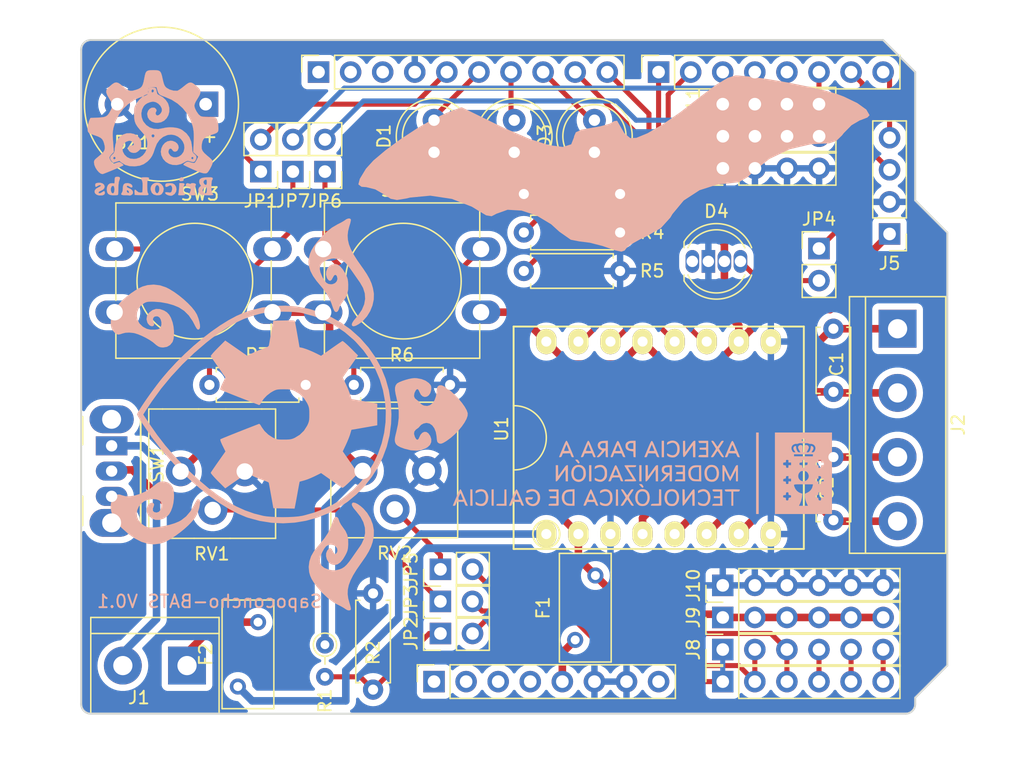
<source format=kicad_pcb>
(kicad_pcb (version 20221018) (generator pcbnew)

  (general
    (thickness 1.6)
  )

  (paper "A4")
  (title_block
    (date "mar. 31 mars 2015")
  )

  (layers
    (0 "F.Cu" signal)
    (31 "B.Cu" signal)
    (32 "B.Adhes" user "B.Adhesive")
    (33 "F.Adhes" user "F.Adhesive")
    (34 "B.Paste" user)
    (35 "F.Paste" user)
    (36 "B.SilkS" user "B.Silkscreen")
    (37 "F.SilkS" user "F.Silkscreen")
    (38 "B.Mask" user)
    (39 "F.Mask" user)
    (40 "Dwgs.User" user "User.Drawings")
    (41 "Cmts.User" user "User.Comments")
    (42 "Eco1.User" user "User.Eco1")
    (43 "Eco2.User" user "User.Eco2")
    (44 "Edge.Cuts" user)
    (45 "Margin" user)
    (46 "B.CrtYd" user "B.Courtyard")
    (47 "F.CrtYd" user "F.Courtyard")
    (48 "B.Fab" user)
    (49 "F.Fab" user)
  )

  (setup
    (stackup
      (layer "F.SilkS" (type "Top Silk Screen"))
      (layer "F.Paste" (type "Top Solder Paste"))
      (layer "F.Mask" (type "Top Solder Mask") (color "Green") (thickness 0.01))
      (layer "F.Cu" (type "copper") (thickness 0.035))
      (layer "dielectric 1" (type "core") (thickness 1.51) (material "FR4") (epsilon_r 4.5) (loss_tangent 0.02))
      (layer "B.Cu" (type "copper") (thickness 0.035))
      (layer "B.Mask" (type "Bottom Solder Mask") (color "Green") (thickness 0.01))
      (layer "B.Paste" (type "Bottom Solder Paste"))
      (layer "B.SilkS" (type "Bottom Silk Screen"))
      (copper_finish "None")
      (dielectric_constraints no)
    )
    (pad_to_mask_clearance 0)
    (aux_axis_origin 100 100)
    (grid_origin 100 100)
    (pcbplotparams
      (layerselection 0x00010f0_ffffffff)
      (plot_on_all_layers_selection 0x0000000_00000000)
      (disableapertmacros false)
      (usegerberextensions true)
      (usegerberattributes true)
      (usegerberadvancedattributes true)
      (creategerberjobfile true)
      (dashed_line_dash_ratio 12.000000)
      (dashed_line_gap_ratio 3.000000)
      (svgprecision 6)
      (plotframeref false)
      (viasonmask false)
      (mode 1)
      (useauxorigin false)
      (hpglpennumber 1)
      (hpglpenspeed 20)
      (hpglpendiameter 15.000000)
      (dxfpolygonmode true)
      (dxfimperialunits true)
      (dxfusepcbnewfont true)
      (psnegative false)
      (psa4output false)
      (plotreference true)
      (plotvalue true)
      (plotinvisibletext false)
      (sketchpadsonfab false)
      (subtractmaskfromsilk false)
      (outputformat 1)
      (mirror false)
      (drillshape 0)
      (scaleselection 1)
      (outputdirectory "gerbers/")
    )
  )

  (net 0 "")
  (net 1 "GND")
  (net 2 "Net-(BZ1-Pad1)")
  (net 3 "+5V")
  (net 4 "/IOREF")
  (net 5 "/A0")
  (net 6 "/A1")
  (net 7 "/A2")
  (net 8 "/A3")
  (net 9 "/SDA{slash}A4")
  (net 10 "/SCL{slash}A5")
  (net 11 "/13")
  (net 12 "/12")
  (net 13 "/AREF")
  (net 14 "/8")
  (net 15 "/7")
  (net 16 "/*11")
  (net 17 "/*10")
  (net 18 "/*9")
  (net 19 "/4")
  (net 20 "/2")
  (net 21 "/*6")
  (net 22 "/*5")
  (net 23 "/TX{slash}1")
  (net 24 "/*3")
  (net 25 "/RX{slash}0")
  (net 26 "Net-(C1-Pad1)")
  (net 27 "Net-(C1-Pad2)")
  (net 28 "/~{RESET}")
  (net 29 "Net-(C2-Pad1)")
  (net 30 "Net-(C2-Pad2)")
  (net 31 "Net-(D1-Pad1)")
  (net 32 "Net-(D2-Pad1)")
  (net 33 "Net-(D3-Pad1)")
  (net 34 "Net-(F1-Pad1)")
  (net 35 "Net-(F2-Pad1)")
  (net 36 "/+BAT")
  (net 37 "Net-(F3-Pad1)")
  (net 38 "/STUP_IN")
  (net 39 "unconnected-(J4-Pad1)")
  (net 40 "/Vin")
  (net 41 "Net-(JP2-Pad1)")
  (net 42 "Net-(JP3-Pad1)")
  (net 43 "Net-(D4-Pad4)")
  (net 44 "Net-(JP5-Pad1)")
  (net 45 "Net-(JP6-Pad1)")
  (net 46 "Net-(JP7-Pad1)")
  (net 47 "unconnected-(D4-Pad1)")

  (footprint "Connector_PinSocket_2.54mm:PinSocket_1x08_P2.54mm_Vertical" (layer "F.Cu") (at 127.94 97.46 90))

  (footprint "Connector_PinSocket_2.54mm:PinSocket_1x06_P2.54mm_Vertical" (layer "F.Cu") (at 150.8 97.46 90))

  (footprint "Connector_PinSocket_2.54mm:PinSocket_1x10_P2.54mm_Vertical" (layer "F.Cu") (at 118.796 49.2 90))

  (footprint "Connector_PinSocket_2.54mm:PinSocket_1x08_P2.54mm_Vertical" (layer "F.Cu") (at 145.72 49.2 90))

  (footprint "Resistor_THT:R_Axial_DIN0207_L6.3mm_D2.5mm_P7.62mm_Horizontal" (layer "F.Cu") (at 123.114 98.095 90))

  (footprint "Connector_PinHeader_2.54mm:PinHeader_1x06_P2.54mm_Vertical" (layer "F.Cu") (at 150.8 89.84 90))

  (footprint "Fuse:Fuse_BelFuse_0ZRE0005FF_L8.3mm_W3.8mm" (layer "F.Cu") (at 139.116 94.158 90))

  (footprint "Connector_PinHeader_2.54mm:PinHeader_1x04_P2.54mm_Vertical" (layer "F.Cu") (at 150.8 51.74 90))

  (footprint "bl_kicad:NEOPIXEL_THT_D5.0mm-4_(OGVI)" (layer "F.Cu") (at 148.392 64.186))

  (footprint "Button_Switch_THT:SW_PUSH-12mm" (layer "F.Cu") (at 119.16 63.21))

  (footprint "bl_kicad:POT_SmallBlueArrow" (layer "F.Cu") (at 122.29 75.95 -90))

  (footprint "LED_THT:LED_D5.0mm" (layer "F.Cu") (at 134.29 55.55 90))

  (footprint "Connector_PinHeader_2.54mm:PinHeader_1x02_P2.54mm_Vertical" (layer "F.Cu") (at 116.764 57.079 180))

  (footprint "LED_THT:LED_D5.0mm" (layer "F.Cu") (at 140.64 55.55 90))

  (footprint "Connector_PinHeader_2.54mm:PinHeader_1x02_P2.54mm_Vertical" (layer "F.Cu") (at 128.448 93.65 90))

  (footprint "Connector_PinHeader_2.54mm:PinHeader_1x04_P2.54mm_Vertical" (layer "F.Cu") (at 164.008 62.017 180))

  (footprint "Connector_PinHeader_2.54mm:PinHeader_1x04_P2.54mm_Vertical" (layer "F.Cu") (at 150.81 56.82 90))

  (footprint "Connector_PinHeader_2.54mm:PinHeader_1x04_P2.54mm_Vertical" (layer "F.Cu") (at 150.81 54.28 90))

  (footprint "Button_Switch_THT:SW_PUSH-12mm" (layer "F.Cu") (at 102.65 63.21))

  (footprint "LED_THT:LED_D5.0mm" (layer "F.Cu") (at 127.94 55.55 90))

  (footprint "Connector_PinHeader_2.54mm:PinHeader_1x02_P2.54mm_Vertical" (layer "F.Cu") (at 119.304 57.079 180))

  (footprint "Resistor_THT:R_Axial_DIN0207_L6.3mm_D2.5mm_P7.62mm_Horizontal" (layer "F.Cu") (at 110.16 73.965))

  (footprint "Capacitor_THT:C_Disc_D5.0mm_W2.5mm_P5.00mm" (layer "F.Cu") (at 159.563 69.52 -90))

  (footprint "Capacitor_THT:C_Disc_D5.0mm_W2.5mm_P5.00mm" (layer "F.Cu") (at 159.563 79.68 -90))

  (footprint "Resistor_THT:R_Axial_DIN0207_L6.3mm_D2.5mm_P7.62mm_Horizontal" (layer "F.Cu") (at 121.59 73.965))

  (footprint "Connector_PinHeader_2.54mm:PinHeader_1x02_P2.54mm_Vertical" (layer "F.Cu") (at 128.448 88.57 90))

  (footprint "Resistor_THT:R_Axial_DIN0207_L6.3mm_D2.5mm_P7.62mm_Horizontal" (layer "F.Cu") (at 135.052 58.852))

  (footprint "Resistor_THT:R_Axial_DIN0204_L3.6mm_D1.6mm_P2.54mm_Vertical" (layer "F.Cu") (at 119.304 94.539 -90))

  (footprint "Connector_PinHeader_2.54mm:PinHeader_1x02_P2.54mm_Vertical" (layer "F.Cu") (at 114.224 57.079 180))

  (footprint "Fuse:Fuse_BelFuse_0ZRE0005FF_L8.3mm_W3.8mm" (layer "F.Cu") (at 112.408 97.851 90))

  (footprint "bl_kicad:POT_SmallBlueArrow" (layer "F.Cu") (at 107.874 75.997 -90))

  (footprint "bl_kicad:Buzzer_11.45x8RM7" (layer "F.Cu") (at 110.16 51.74 180))

  (footprint "Button_Switch_THT:SW_CuK_OS102011MA1QN1_SPDT_Angled" (layer "F.Cu") (at 102.413 78.791 -90))

  (footprint "TerminalBlock:TerminalBlock_bornier-4_P5.08mm" (layer "F.Cu") (at 164.643 69.52 -90))

  (footprint "TerminalBlock:TerminalBlock_bornier-2_P5.08mm" (layer "F.Cu") (at 108.382 96.19 180))

  (footprint "Resistor_THT:R_Axial_DIN0207_L6.3mm_D2.5mm_P7.62mm_Horizontal" (layer "F.Cu") (at 135.052 61.9))

  (footprint "Resistor_THT:R_Axial_DIN0207_L6.3mm_D2.5mm_P7.62mm_Horizontal" (layer "F.Cu") (at 135.052 64.948))

  (footprint "Connector_PinHeader_2.54mm:PinHeader_1x02_P2.54mm_Vertical" (layer "F.Cu") (at 128.443 91.11 90))

  (footprint "Connector_PinHeader_2.54mm:PinHeader_1x06_P2.54mm_Vertical" (layer "F.Cu") (at 150.8 94.92 90))

  (footprint "bl_kicad:DIP-16_600" (layer "F.Cu") (at 136.83 85.776 90))

  (footprint "Connector_PinHeader_2.54mm:PinHeader_1x02_P2.54mm_Vertical" (layer "F.Cu") (at 158.42 63.17))

  (footprint "Connector_PinHeader_2.54mm:PinHeader_1x06_P2.54mm_Vertical" (layer "F.Cu") (at 150.8 92.38 90))

  (footprint "bl_kicad:batconcho_40mm" (layer "B.Cu")
    (tstamp 2395bd9e-232a-4f36-9d59-c726c7e2419f)
    (at 115.24 77.14 90)
    (attr board_only exclude_from_pos_files exclude_from_bom)
    (fp_text reference " G ***" (at 0 0 90) (layer "B.SilkS") hide
        (effects (font (size 1.524 1.524) (thickness 0.3)) (justify mirror))
      (tstamp 44eb7ce3-48f2-4b85-9cf5-12d22e5c884b)
    )
    (fp_text value "LOGO" (at 0.75 0 90) (layer "B.SilkS") hide
        (effects (font (size 1.524 1.524) (thickness 0.3)) (justify mirror))
      (tstamp 4af3d92b-9483-4032-86a9-cdaa168dde52)
    )
    (fp_poly
      (pts
        (xy -5.967395 -5.850914)
        (xy -5.950734 -5.862079)
        (xy -5.885793 -5.934614)
        (xy -5.883087 -6.004703)
        (xy -5.951945 -6.082495)
        (xy -6.101696 -6.178137)
        (xy -6.34167 -6.30178)
        (xy -6.365715 -6.313511)
        (xy -6.843079 -6.594397)
        (xy -7.235599 -6.929528)
        (xy -7.537204 -7.313244)
        (xy -7.644209 -7.505463)
        (xy -7.780374 -7.838096)
        (xy -7.903705 -8.242542)
        (xy -8.005566 -8.683069)
        (xy -8.077322 -9.123945)
        (xy -8.104899 -9.411787)
        (xy -8.118238 -9.655721)
        (xy -8.118352 -9.824788)
        (xy -8.1003 -9.951429)
        (xy -8.05914 -10.068086)
        (xy -7.989928 -10.207199)
        (xy -7.981194 -10.223745)
        (xy -7.783499 -10.50454)
        (xy -7.544972 -10.697327)
        (xy -7.27978 -10.806611)
        (xy -7.00209 -10.836899)
        (xy -6.726069 -10.792694)
        (xy -6.465882 -10.678504)
        (xy -6.235699 -10.498833)
        (xy -6.049684 -10.258187)
        (xy -5.922006 -9.96107)
        (xy -5.866832 -9.611989)
        (xy -5.865678 -9.550963)
        (xy -5.889773 -9.290862)
        (xy -5.956306 -9.081149)
        (xy -6.056651 -8.944337)
        (xy -6.11025 -8.912665)
        (xy -6.298098 -8.880364)
        (xy -6.520296 -8.896135)
        (xy -6.717365 -8.955334)
        (xy -6.728588 -8.960936)
        (xy -6.873501 -9.089431)
        (xy -6.931628 -9.264021)
        (xy -6.89612 -9.448248)
        (xy -6.800004 -9.555425)
        (xy -6.650704 -9.570117)
        (xy -6.462087 -9.500399)
        (xy -6.312193 -9.457244)
        (xy -6.20926 -9.490839)
        (xy -6.157684 -9.57908)
        (xy -6.161863 -9.699862)
        (xy -6.226194 -9.831083)
        (xy -6.355074 -9.950639)
        (xy -6.370573 -9.960427)
        (xy -6.6231 -10.056793)
        (xy -6.880321 -10.050311)
        (xy -7.12172 -9.942767)
        (xy -7.190254 -9.889082)
        (xy -7.404038 -9.640856)
        (xy -7.514432 -9.363953)
        (xy -7.520968 -9.061163)
        (xy -7.423182 -8.735276)
        (xy -7.393549 -8.672537)
        (xy -7.249516 -8.444388)
        (xy -7.060867 -8.266595)
        (xy -6.806256 -8.123498)
        (xy -6.484534 -8.005645)
        (xy -6.174598 -7.933151)
        (xy -5.837374 -7.893175)
        (xy -5.503741 -7.886086)
        (xy -5.204582 -7.912252)
        (xy -4.970778 -7.97204)
        (xy -4.936335 -7.98721)
        (xy -4.698187 -8.158082)
        (xy -4.541913 -8.395952)
        (xy -4.479631 -8.638789)
        (xy -4.469144 -8.849393)
        (xy -4.500189 -9.022616)
        (xy -4.585271 -9.191413)
        (xy -4.736898 -9.388739)
        (xy -4.785697 -9.44528)
        (xy -5.056564 -9.80091)
        (xy -5.283566 -10.190667)
        (xy -5.460952 -10.596074)
        (xy -5.582973 -10.998658)
        (xy -5.643879 -11.379944)
        (xy -5.637919 -11.721456)
        (xy -5.57283 -11.974336)
        (xy -5.501102 -12.201114)
        (xy -5.507071 -12.379675)
        (xy -5.595183 -12.54065)
        (xy -5.666403 -12.619114)
        (xy -5.912526 -12.792373)
        (xy -6.216318 -12.890026)
        (xy -6.55509 -12.908066)
        (xy -6.906151 -12.842485)
        (xy -6.915043 -12.83969)
        (xy -7.287468 -12.69216)
        (xy -7.628072 -12.490042)
        (xy -7.964601 -12.215228)
        (xy -8.152755 -12.031908)
        (xy -8.624559 -11.50157)
        (xy -8.990029 -10.983299)
        (xy -9.24962 -10.475764)
        (xy -9.403786 -9.977633)
        (xy -9.452984 -9.487574)
        (xy -9.397669 -9.004255)
        (xy -9.299909 -8.67695)
        (xy -9.177683 -8.413304)
        (xy -8.99372 -8.097503)
        (xy -8.763839 -7.752011)
        (xy -8.503859 -7.399296)
        (xy -8.229599 -7.061824)
        (xy -7.95688 -6.762061)
        (xy -7.937971 -6.742781)
        (xy -7.686833 -6.497552)
        (xy -7.478252 -6.317986)
        (xy -7.288131 -6.18524)
        (xy -7.092375 -6.080472)
        (xy -7.088977 -6.078879)
        (xy -6.81974 -5.969072)
        (xy -6.549669 -5.886936)
        (xy -6.302058 -5.836906)
        (xy -6.100202 -5.82342)
      )

      (stroke (width 0) (type solid)) (fill solid) (layer "B.SilkS") (tstamp fa6515ac-243f-43ba-a6f1-510ecf50599e))
    (fp_poly
      (pts
        (xy 7.924167 -5.830991)
        (xy 8.164253 -5.873852)
        (xy 8.431601 -5.949735)
        (xy 8.702916 -6.054201)
        (xy 8.757196 -6.078879)
        (xy 9.022539 -6.23843)
        (xy 9.320265 -6.477058)
        (xy 9.635087 -6.777348)
        (xy 9.951715 -7.121882)
        (xy 10.25486 -7.493245)
        (xy 10.529236 -7.874021)
        (xy 10.759552 -8.246792)
        (xy 10.896652 -8.516088)
        (xy 11.058743 -8.99899)
        (xy 11.11833 -9.496337)
        (xy 11.074848 -9.993146)
        (xy 10.966751 -10.376732)
        (xy 10.84304 -10.642698)
        (xy 10.658217 -10.957045)
        (xy 10.429767 -11.29463)
        (xy 10.175178 -11.630311)
        (xy 9.911936 -11.938946)
        (xy 9.792154 -12.065523)
        (xy 9.421886 -12.392238)
        (xy 9.034128 -12.643404)
        (xy 8.642072 -12.814223)
        (xy 8.258912 -12.899899)
        (xy 7.89784 -12.895634)
        (xy 7.668432 -12.837727)
        (xy 7.4733 -12.734209)
        (xy 7.306099 -12.589534)
        (xy 7.192488 -12.430583)
        (xy 7.157203 -12.302121)
        (xy 7.178 -12.167405)
        (xy 7.228963 -12.004045)
        (xy 7.237923 -11.981817)
        (xy 7.299829 -11.736297)
        (xy 7.315186 -11.431795)
        (xy 7.283178 -11.106754)
        (xy 7.259016 -10.988342)
        (xy 7.177941 -10.732154)
        (xy 7.050859 -10.429488)
        (xy 6.894897 -10.113895)
        (xy 6.727185 -9.818925)
        (xy 6.564848 -9.578128)
        (xy 6.496357 -9.494414)
        (xy 6.324468 -9.292966)
        (xy 6.216764 -9.135224)
        (xy 6.158986 -8.991198)
        (xy 6.136879 -8.830902)
        (xy 6.134745 -8.733826)
        (xy 6.185121 -8.444044)
        (xy 6.328686 -8.197887)
        (xy 6.554101 -8.013439)
        (xy 6.602328 -7.988267)
        (xy 6.822213 -7.921291)
        (xy 7.113156 -7.888426)
        (xy 7.444252 -7.889325)
        (xy 7.784597 -7.923641)
        (xy 8.103288 -7.991029)
        (xy 8.152754 -8.005645)
        (xy 8.489625 -8.130308)
        (xy 8.740295 -8.274818)
        (xy 8.926109 -8.454835)
        (xy 9.061768 -8.672537)
        (xy 9.178949 -9.0024)
        (xy 9.19172 -9.309683)
        (xy 9.100548 -9.591597)
        (xy 8.905899 -9.84535)
        (xy 8.858473 -9.889082)
        (xy 8.626045 -10.028046)
        (xy 8.371819 -10.065612)
        (xy 8.114053 -10.000278)
        (xy 8.033118 -9.956976)
        (xy 7.894287 -9.837295)
        (xy 7.823843 -9.705827)
        (xy 7.816699 -9.584343)
        (xy 7.867768 -9.494613)
        (xy 7.971964 -9.458409)
        (xy 8.124199 -9.497501)
        (xy 8.138775 -9.504778)
        (xy 8.327316 -9.559146)
        (xy 8.480509 -9.525446)
        (xy 8.579494 -9.418629)
        (xy 8.605408 -9.253648)
        (xy 8.584308 -9.151598)
        (xy 8.492701 -9.024832)
        (xy 8.330237 -8.934605)
        (xy 8.129333 -8.887154)
        (xy 7.922405 -8.888717)
        (xy 7.741869 -8.945531)
        (xy 7.690855 -8.979674)
        (xy 7.618591 -9.058535)
        (xy 7.575285 -9.170205)
        (xy 7.550688 -9.346332)
        (xy 7.544429 -9.431766)
        (xy 7.547978 -9.763044)
        (xy 7.613459 -10.040188)
        (xy 7.752079 -10.303983)
        (xy 7.805016 -10.380306)
        (xy 8.036541 -10.617869)
        (xy 8.310422 -10.76806)
        (xy 8.607508 -10.831828)
        (xy 8.908648 -10.810123)
        (xy 9.194694 -10.703894)
        (xy 9.446496 -10.514091)
        (xy 9.617743 -10.290413)
        (xy 9.68519 -10.168052)
        (xy 9.728075 -10.058554)
        (xy 9.751377 -9.932931)
        (xy 9.760074 -9.762196)
        (xy 9.759148 -9.517359)
        (xy 9.758467 -9.471186)
        (xy 9.719818 -8.953476)
        (xy 9.625071 -8.426028)
        (xy 9.482939 -7.92677)
        (xy 9.305867 -7.500988)
        (xy 9.034709 -7.082957)
        (xy 8.671602 -6.718829)
        (xy 8.21908 -6.410968)
        (xy 8.031673 -6.312856)
        (xy 7.784485 -6.186503)
        (xy 7.628289 -6.088975)
        (xy 7.553764 -6.010093)
        (xy 7.551593 -5.939679)
        (xy 7.612456 -5.867553)
        (xy 7.618954 -5.862079)
        (xy 7.734635 -5.825588)
      )

      (stroke (width 0) (type solid)) (fill solid) (layer "B.SilkS") (tstamp 29540137-1106-480f-b885-c128225ca510))
    (fp_poly
      (pts
        (xy 0.933032 15.368955)
        (xy 1.167171 15.287684)
        (xy 1.4436 15.132144)
        (xy 1.74552 14.918022)
        (xy 2.056134 14.661008)
        (xy 2.358643 14.376787)
        (xy 2.63625 14.081049)
        (xy 2.872157 13.789481)
        (xy 3.049564 13.51777)
        (xy 3.145457 13.302768)
        (xy 3.14308 13.140558)
        (xy 3.102287 13.054458)
        (xy 3.044106 12.987639)
        (xy 2.958811 12.945868)
        (xy 2.818609 12.920434)
        (xy 2.623341 12.904366)
        (xy 2.259276 12.848428)
        (xy 1.957254 12.736918)
        (xy 1.725514 12.57875)
        (xy 1.572294 12.38284)
        (xy 1.505835 12.158103)
        (xy 1.534374 11.913454)
        (xy 1.588057 11.784093)
        (xy 1.677193 11.655429)
        (xy 1.773591 11.571123)
        (xy 1.87375 11.486183)
        (xy 1.970157 11.359044)
        (xy 1.971636 11.356554)
        (xy 2.112486 11.188109)
        (xy 2.283692 11.118291)
        (xy 2.495785 11.144306)
        (xy 2.609448 11.187451)
        (xy 2.778003 11.282863)
        (xy 2.839092 11.372592)
        (xy 2.792718 11.456867)
        (xy 2.63888 11.535912)
        (xy 2.609957 11.546168)
        (xy 2.390615 11.659711)
        (xy 2.26061 11.807587)
        (xy 2.214566 11.973015)
        (xy 2.247104 12.139214)
        (xy 2.352848 12.289404)
        (xy 2.526419 12.406804)
        (xy 2.762441 12.474633)
        (xy 2.910726 12.484746)
        (xy 3.062094 12.472005)
        (xy 3.17992 12.419298)
        (xy 3.308606 12.3049)
        (xy 3.335616 12.276851)
        (xy 3.508676 12.028112)
        (xy 3.634572 11.708214)
        (xy 3.703303 11.347005)
        (xy 3.713135 11.149974)
        (xy 3.694291 10.949182)
        (xy 3.643755 10.700652)
        (xy 3.570521 10.432693)
        (xy 3.483581 10.173616)
        (xy 3.39193 9.951728)
        (xy 3.30456 9.79534)
        (xy 3.269857 9.754635)
        (xy 3.130397 9.657839)
        (xy 2.960549 9.6096)
        (xy 2.741849 9.609106)
        (xy 2.455834 9.655545)
        (xy 2.231191 9.70894)
        (xy 1.634845 9.839)
        (xy 1.089715 9.903521)
        (xy 0.561678 9.902547)
        (xy 0.016612 9.83612)
        (xy -0.548048 9.712431)
        (xy -0.816615 9.645939)
        (xy -1.008024 9.606428)
        (xy -1.148475 9.590875)
        (xy -1.26417 9.596257)
        (xy -1.372246 9.617335)
        (xy -1.517453 9.684246)
        (xy -1.643319 9.817427)
        (xy -1.758862 10.030132)
        (xy -1.8731 10.335615)
        (xy -1.884159 10.369777)
        (xy -2.005932 10.864744)
        (xy -2.036192 11.310662)
        (xy -1.974327 11.716107)
        (xy -1.819724 12.089658)
        (xy -1.75333 12.199617)
        (xy -1.577183 12.383495)
        (xy -1.357662 12.478479)
        (xy -1.113385 12.483654)
        (xy -0.862971 12.398106)
        (xy -0.659217 12.253387)
        (xy -0.553448 12.09823)
        (xy -0.54257 11.929099)
        (xy -0.619007 11.764955)
        (xy -0.775185 11.624758)
        (xy -0.941738 11.546168)
        (xy -1.110045 11.467809)
        (xy -1.170889 11.384252)
        (xy -1.124269 11.295271)
        (xy -0.970185 11.200637)
        (xy -0.941229 11.187451)
        (xy -0.706895 11.118479)
        (xy -0.518272 11.144062)
        (xy -0.364827 11.266992)
        (xy -0.303417 11.356554)
        (xy -0.207575 11.483968)
        (xy -0.107013 11.570231)
        (xy -0.105371 11.571123)
        (xy 0.018898 11.688107)
        (xy 0.114445 11.869731)
        (xy 0.160138 12.07328)
        (xy 0.16144 12.110529)
        (xy 0.110845 12.348496)
        (xy -0.033399 12.55461)
        (xy -0.259983 12.720829)
        (xy -0.557595 12.839113)
        (xy -0.914925 12.901419)
        (xy -0.955122 12.904366)
        (xy -1.168207 12.922556)
        (xy -1.301458 12.949273)
        (xy -1.38267 12.993226)
        (xy -1.434068 13.054458)
        (xy -1.481219 13.159948)
        (xy -1.478977 13.277238)
        (xy -1.421375 13.42741)
        (xy -1.302447 13.631548)
        (xy -1.246228 13.718135)
        (xy -1.00584 14.044149)
        (xy -0.728266 14.357392)
        (xy -0.427622 14.647172)
        (xy -0.118022 14.902797)
        (xy 0.186422 15.113575)
        (xy 0.471593 15.268816)
        (xy 0.723379 15.357826)
        (xy 0.927664 15.369915)
      )

      (stroke (width 0) (type solid)) (fill solid) (layer "B.SilkS") (tstamp ccb91ebc-5802-4344-8110-19bb1d3fd98c))
    (fp_poly
      (pts
        (xy -7.859421 7.848963)
        (xy -7.400299 7.671841)
        (xy -6.971721 7.414553)
        (xy -6.623798 7.115575)
        (xy -6.417639 6.882308)
        (xy -6.262309 6.659154)
        (xy -6.166692 6.462661)
        (xy -6.139672 6.309379)
        (xy -6.158108 6.248109)
        (xy -6.249326 6.184441)
        (xy -6.390749 6.210082)
        (xy -6.584351 6.325866)
        (xy -6.832108 6.532631)
        (xy -6.83406 6.534421)
        (xy -7.260776 6.870102)
        (xy -7.692656 7.100108)
        (xy -8.127069 7.224152)
        (xy -8.561384 7.241947)
        (xy -8.99297 7.153206)
        (xy -9.419197 6.957642)
        (xy -9.605721 6.836717)
        (xy -9.808839 6.693674)
        (xy -10.064245 6.514926)
        (xy -10.335616 6.325849)
        (xy -10.532601 6.189184)
        (xy -10.841809 5.965479)
        (xy -11.070667 5.77378)
        (xy -11.23462 5.597026)
        (xy -11.34911 5.418157)
        (xy -11.429582 5.220112)
        (xy -11.439918 5.186882)
        (xy -11.502137 4.912368)
        (xy -11.506326 4.660422)
        (xy -11.45193 4.380854)
        (xy -11.430143 4.304232)
        (xy -11.302897 4.000436)
        (xy -11.129415 3.792803)
        (xy -10.908474 3.680925)
        (xy -10.638848 3.664392)
        (xy -10.319312 3.742795)
        (xy -10.071978 3.850586)
        (xy -9.800531 4.00213)
        (xy -9.619798 4.145969)
        (xy -9.515595 4.298484)
        (xy -9.473737 4.476053)
        (xy -9.471187 4.544356)
        (xy -9.51324 4.76187)
        (xy -9.625386 4.928791)
        (xy -9.786602 5.029311)
        (xy -9.975869 5.047627)
        (xy -10.094011 5.012645)
        (xy -10.203765 4.932084)
        (xy -10.208497 4.842009)
        (xy -10.109849 4.747285)
        (xy -9.982416 4.68178)
        (xy -9.810388 4.587068)
        (xy -9.743725 4.490088)
        (xy -9.78189 4.382376)
        (xy -9.924346 4.255471)
        (xy -9.954029 4.234699)
        (xy -10.157164 4.15564)
        (xy -10.39685 4.151687)
        (xy -10.64054 4.215431)
        (xy -10.855683 4.339463)
        (xy -10.979026 4.468014)
        (xy -11.061542 4.655384)
        (xy -11.085594 4.837919)
        (xy -11.034459 5.064638)
        (xy -10.88004 5.285167)
        (xy -10.620814 5.501182)
        (xy -10.318294 5.681777)
        (xy -10.113367 5.784441)
        (xy -9.947045 5.84812)
        (xy -9.776532 5.88392)
        (xy -9.559036 5.902943)
        (xy -9.44428 5.908562)
        (xy -9.040461 5.900585)
        (xy -8.699091 5.830893)
        (xy -8.388077 5.689204)
        (xy -8.084855 5.473101)
        (xy -7.881505 5.328667)
        (xy -7.68021 5.223651)
        (xy -7.578383 5.189759)
        (xy -7.38795 5.119586)
        (xy -7.28375 5.020525)
        (xy -7.274858 4.903176)
        (xy -7.295922 4.859775)
        (xy -7.373706 4.799439)
        (xy -7.523919 4.726882)
        (xy -7.714902 4.657262)
        (xy -7.726155 4.653759)
        (xy -8.155668 4.497458)
        (xy -8.553741 4.298026)
        (xy -8.947705 4.039407)
        (xy -9.364887 3.705543)
        (xy -9.417373 3.660039)
        (xy -9.614074 3.492699)
        (xy -9.814349 3.329516)
        (xy -9.979685 3.201756)
        (xy -10.001529 3.185822)
        (xy -10.386159 2.966738)
        (xy -10.808173 2.827541)
        (xy -11.240695 2.774142)
        (xy -11.65685 2.812456)
        (xy -11.677543 2.817069)
        (xy -11.941049 2.893279)
        (xy -12.189491 3.002891)
        (xy -12.450006 3.160588)
        (xy -12.74973 3.381057)
        (xy -12.815078 3.43263)
        (xy -13.311673 3.866409)
        (xy -13.726271 4.309631)
        (xy -14.049944 4.751972)
        (xy -14.216331 5.05282)
        (xy -14.328159 5.275579)
        (xy -14.439868 5.477723)
        (xy -14.533448 5.627374)
        (xy -14.563928 5.668006)
        (xy -14.655776 5.819978)
        (xy -14.688023 5.967023)
        (xy -14.657647 6.078737)
        (xy -14.60846 6.116023)
        (xy -14.521518 6.114593)
        (xy -14.363133 6.082854)
        (xy -14.163041 6.027189)
        (xy -14.09911 6.006707)
        (xy -13.735071 5.908113)
        (xy -13.386526 5.863243)
        (xy -13.04125 5.875792)
        (xy -12.687015 5.949457)
        (xy -12.311596 6.087933)
        (xy -11.902765 6.294917)
        (xy -11.448297 6.574103)
        (xy -10.935964 6.929189)
        (xy -10.856565 6.986891)
        (xy -10.408206 7.298236)
        (xy -10.009397 7.53737)
        (xy -9.639539 7.713703)
        (xy -9.27803 7.836649)
        (xy -8.904269 7.915618)
        (xy -8.787871 7.931989)
        (xy -8.328732 7.938239)
      )

      (stroke (width 0) (type solid)) (fill solid) (layer "B.SilkS") (tstamp 0561e849-c7e4-46bc-8e22-df557482fe18))
    (fp_poly
      (pts
        (xy 10.456091 7.931989)
        (xy 10.837457 7.864268)
        (xy 11.200454 7.755365)
        (xy 11.565682 7.595869)
        (xy 11.953742 7.376369)
        (xy 12.385235 7.087452)
        (xy 12.524785 6.986891)
        (xy 13.046473 6.620552)
        (xy 13.508534 6.330645)
        (xy 13.923193 6.113474)
        (xy 14.302677 5.965344)
        (xy 14.659213 5.882559)
        (xy 15.005027 5.861422)
        (xy 15.352345 5.898238)
        (xy 15.713395 5.98931)
        (xy 15.767329 6.006707)
        (xy 15.974153 6.068324)
        (xy 16.148221 6.107936)
        (xy 16.259797 6.119161)
        (xy 16.27668 6.116023)
        (xy 16.345851 6.039863)
        (xy 16.350597 5.910236)
        (xy 16.29394 5.757544)
        (xy 16.232148 5.668006)
        (xy 16.152073 5.551132)
        (xy 16.046035 5.3679)
        (xy 15.932046 5.15019)
        (xy 15.884551 5.05282)
        (xy 15.629042 4.616932)
        (xy 15.276319 4.17302)
        (xy 14.835234 3.731319)
        (xy 14.482719 3.43217)
        (xy 14.142994 3.17951)
        (xy 13.843372 2.999097)
        (xy 13.558442 2.877791)
        (xy 13.266448 2.80312)
        (xy 13.06215 2.767828)
        (xy 12.915398 2.754047)
        (xy 12.778275 2.761808)
        (xy 12.602866 2.791141)
        (xy 12.538559 2.803577)
        (xy 12.181788 2.916465)
        (xy 11.798076 3.116537)
        (xy 11.405944 3.393425)
        (xy 11.247033 3.526747)
        (xy 10.815974 3.886537)
        (xy 10.423143 4.16999)
        (xy 10.046947 4.390241)
        (xy 9.665796 4.560426)
        (xy 9.394374 4.653759)
        (xy 9.202044 4.722767)
        (xy 9.048713 4.79556)
        (xy 8.966039 4.856981)
        (xy 8.964141 4.859775)
        (xy 8.937557 4.981019)
        (xy 9.009454 5.087681)
        (xy 9.170758 5.169163)
        (xy 9.246603 5.189759)
        (xy 9.425275 5.259045)
        (xy 9.632682 5.382674)
        (xy 9.753074 5.473101)
        (xy 10.065315 5.694498)
        (xy 10.376764 5.833921)
        (xy 10.719514 5.901651)
        (xy 11.1125 5.908562)
        (xy 11.362229 5.893253)
        (xy 11.547131 5.865799)
        (xy 11.709998 5.815095)
        (xy 11.893626 5.730037)
        (xy 11.986513 5.681777)
        (xy 12.329765 5.47146)
        (xy 12.573757 5.256232)
        (xy 12.715575 5.039227)
        (xy 12.753612 4.856519)
        (xy 12.705301 4.608839)
        (xy 12.574846 4.402983)
        (xy 12.383174 4.249783)
        (xy 12.151208 4.160073)
        (xy 11.899876 4.144687)
        (xy 11.650102 4.214456)
        (xy 11.583368 4.250682)
        (xy 11.442694 4.367387)
        (xy 11.409444 4.479763)
        (xy 11.483468 4.586846)
        (xy 11.650635 4.68178)
        (xy 11.819635 4.776876)
        (xy 11.886387 4.870679)
        (xy 11.849248 4.958323)
        (xy 11.762231 5.012645)
        (xy 11.566228 5.05117)
        (xy 11.385677 4.998017)
        (xy 11.241599 4.868993)
        (xy 11.155015 4.679902)
        (xy 11.139406 4.544356)
        (xy 11.163463 4.354664)
        (xy 11.245089 4.195542)
        (xy 11.398468 4.05061)
        (xy 11.637785 3.90349)
        (xy 11.740198 3.850586)
        (xy 12.07472 3.70937)
        (xy 12.352789 3.652146)
        (xy 12.585083 3.678784)
        (xy 12.782279 3.78915)
        (xy 12.834676 3.83705)
        (xy 12.977076 4.033406)
        (xy 13.093294 4.293431)
        (xy 13.166912 4.573607)
        (xy 13.184322 4.763715)
        (xy 13.150206 5.026449)
        (xy 13.060425 5.311457)
        (xy 12.933827 5.563353)
        (xy 12.89148 5.624193)
        (xy 12.791646 5.727486)
        (xy 12.6254 5.870422)
        (xy 12.416366 6.033674)
        (xy 12.200821 6.189184)
        (xy 11.941913 6.36891
... [416272 chars truncated]
</source>
